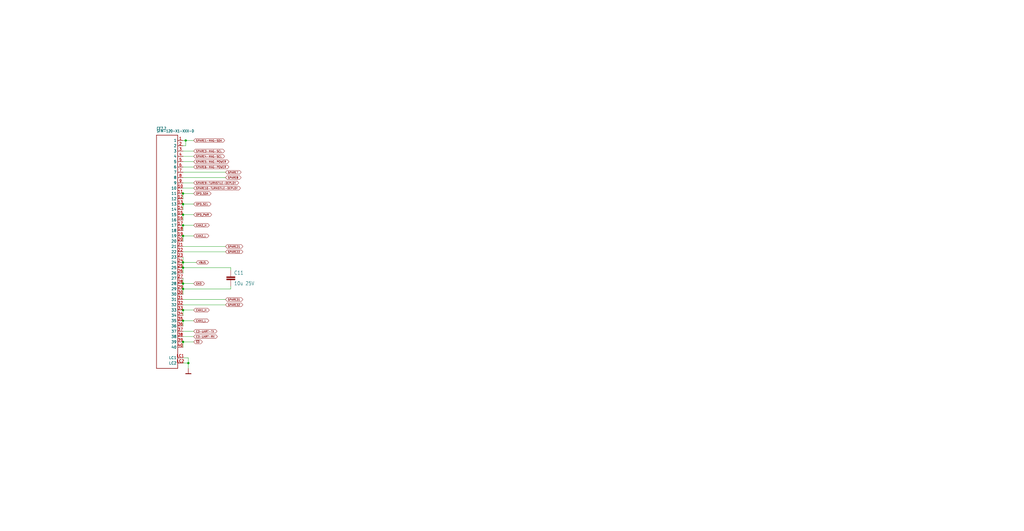
<source format=kicad_sch>
(kicad_sch (version 20211123) (generator eeschema)
  (paper "User" 490.22 254.406)
  (lib_symbols
    (symbol "oresat0-1u-backplane-eagle-import:C-EU1206-B"
      (property "Reference" "C" (at 1.524 0.381 0))
      (property "Value" "C-EU1206-B" (at 1.524 -4.699 0))
      (symbol "C-EU1206-B_1_0"
        (rectangle (start -2.032 -2.032) (end 2.032 -1.524) (fill (type outline)))
        (rectangle (start -2.032 -1.016) (end 2.032 -0.508) (fill (type outline)))
        (polyline (pts (xy 0 -2.54) (xy 0 -2.032)) (stroke (width 0.1524)))
        (polyline (pts (xy 0 0) (xy 0 -0.508)) (stroke (width 0.1524)))
        (pin passive line (at 0 2.54 270) (length 2.54) (name "1") (number "1"))
        (pin passive line (at 0 -5.08 90) (length 2.54) (name "2") (number "2"))
      )
    )
    (symbol "oresat0-1u-backplane-eagle-import:GND" (power)
      (symbol "GND_1_0"
        (polyline (pts (xy -1.27 -2.54) (xy 1.27 -2.54)) (stroke (width 0.4064)))
        (pin power_in line (at 0 0 270) (length 2.54) (name "GND") (number "1"))
      )
    )
    (symbol "oresat0-1u-backplane-eagle-import:SFM-120-X1-XXX-D"
      (property "Reference" "J" (at -2.54 50.8 0))
      (property "Value" "SFM-120-X1-XXX-D" (at -2.54 49.53 0))
      (symbol "SFM-120-X1-XXX-D_1_0"
        (polyline (pts (xy -2.54 -63.5) (xy -2.54 48.26)) (stroke (width 0.254)))
        (polyline (pts (xy -2.54 48.26) (xy 7.62 48.26)) (stroke (width 0.254)))
        (polyline (pts (xy 7.62 -63.5) (xy -2.54 -63.5)) (stroke (width 0.254)))
        (polyline (pts (xy 7.62 48.26) (xy 7.62 -63.5)) (stroke (width 0.254)))
        (pin passive line (at 10.16 45.72 180) (length 2.54) (name "1") (number "1"))
        (pin passive line (at 10.16 22.86 180) (length 2.54) (name "10") (number "10"))
        (pin passive line (at 10.16 20.32 180) (length 2.54) (name "11") (number "11"))
        (pin passive line (at 10.16 17.78 180) (length 2.54) (name "12") (number "12"))
        (pin passive line (at 10.16 15.24 180) (length 2.54) (name "13") (number "13"))
        (pin passive line (at 10.16 12.7 180) (length 2.54) (name "14") (number "14"))
        (pin passive line (at 10.16 10.16 180) (length 2.54) (name "15") (number "15"))
        (pin passive line (at 10.16 7.62 180) (length 2.54) (name "16") (number "16"))
        (pin passive line (at 10.16 5.08 180) (length 2.54) (name "17") (number "17"))
        (pin passive line (at 10.16 2.54 180) (length 2.54) (name "18") (number "18"))
        (pin passive line (at 10.16 0 180) (length 2.54) (name "19") (number "19"))
        (pin passive line (at 10.16 43.18 180) (length 2.54) (name "2") (number "2"))
        (pin passive line (at 10.16 -2.54 180) (length 2.54) (name "20") (number "20"))
        (pin passive line (at 10.16 -5.08 180) (length 2.54) (name "21") (number "21"))
        (pin passive line (at 10.16 -7.62 180) (length 2.54) (name "22") (number "22"))
        (pin passive line (at 10.16 -10.16 180) (length 2.54) (name "23") (number "23"))
        (pin passive line (at 10.16 -12.7 180) (length 2.54) (name "24") (number "24"))
        (pin passive line (at 10.16 -15.24 180) (length 2.54) (name "25") (number "25"))
        (pin passive line (at 10.16 -17.78 180) (length 2.54) (name "26") (number "26"))
        (pin passive line (at 10.16 -20.32 180) (length 2.54) (name "27") (number "27"))
        (pin passive line (at 10.16 -22.86 180) (length 2.54) (name "28") (number "28"))
        (pin passive line (at 10.16 -25.4 180) (length 2.54) (name "29") (number "29"))
        (pin passive line (at 10.16 40.64 180) (length 2.54) (name "3") (number "3"))
        (pin passive line (at 10.16 -27.94 180) (length 2.54) (name "30") (number "30"))
        (pin passive line (at 10.16 -30.48 180) (length 2.54) (name "31") (number "31"))
        (pin passive line (at 10.16 -33.02 180) (length 2.54) (name "32") (number "32"))
        (pin passive line (at 10.16 -35.56 180) (length 2.54) (name "33") (number "33"))
        (pin passive line (at 10.16 -38.1 180) (length 2.54) (name "34") (number "34"))
        (pin passive line (at 10.16 -40.64 180) (length 2.54) (name "35") (number "35"))
        (pin passive line (at 10.16 -43.18 180) (length 2.54) (name "36") (number "36"))
        (pin passive line (at 10.16 -45.72 180) (length 2.54) (name "37") (number "37"))
        (pin passive line (at 10.16 -48.26 180) (length 2.54) (name "38") (number "38"))
        (pin passive line (at 10.16 -50.8 180) (length 2.54) (name "39") (number "39"))
        (pin passive line (at 10.16 38.1 180) (length 2.54) (name "4") (number "4"))
        (pin passive line (at 10.16 -53.34 180) (length 2.54) (name "40") (number "40"))
        (pin passive line (at 10.16 35.56 180) (length 2.54) (name "5") (number "5"))
        (pin passive line (at 10.16 33.02 180) (length 2.54) (name "6") (number "6"))
        (pin passive line (at 10.16 30.48 180) (length 2.54) (name "7") (number "7"))
        (pin passive line (at 10.16 27.94 180) (length 2.54) (name "8") (number "8"))
        (pin passive line (at 10.16 25.4 180) (length 2.54) (name "9") (number "9"))
        (pin passive line (at 10.16 -58.42 180) (length 2.54) (name "LC1") (number "LC1"))
        (pin passive line (at 10.16 -60.96 180) (length 2.54) (name "LC2") (number "LC2"))
      )
    )
  )
  (junction (at 87.63 97.79))
  (junction (at 87.63 113.03))
  (junction (at 87.63 163.83))
  (junction (at 88.9 67.31))
  (junction (at 87.63 138.43))
  (junction (at 87.63 153.67))
  (junction (at 87.63 92.71))
  (junction (at 87.63 125.73))
  (junction (at 90.17 173.99))
  (junction (at 87.63 135.89))
  (junction (at 87.63 128.27))
  (junction (at 87.63 148.59))
  (junction (at 87.63 107.95))
  (junction (at 87.63 102.87))
  (wire (pts (xy 87.63 113.03) (xy 87.63 115.57)))
  (wire (pts (xy 87.63 161.29) (xy 92.71 161.29)))
  (wire (pts (xy 110.49 137.16) (xy 110.49 138.43)))
  (wire (pts (xy 87.63 90.17) (xy 92.71 90.17)))
  (wire (pts (xy 87.63 80.01) (xy 92.71 80.01)))
  (wire (pts (xy 87.63 85.09) (xy 107.95 85.09)))
  (wire (pts (xy 87.63 148.59) (xy 87.63 151.13)))
  (wire (pts (xy 87.63 77.47) (xy 92.71 77.47)))
  (wire (pts (xy 87.63 97.79) (xy 92.71 97.79)))
  (wire (pts (xy 110.49 128.27) (xy 110.49 129.54)))
  (wire (pts (xy 93.98 125.73) (xy 87.63 125.73)))
  (wire (pts (xy 87.63 82.55) (xy 107.95 82.55)))
  (wire (pts (xy 87.63 158.75) (xy 92.71 158.75)))
  (wire (pts (xy 87.63 128.27) (xy 110.49 128.27)))
  (wire (pts (xy 87.63 125.73) (xy 87.63 128.27)))
  (wire (pts (xy 87.63 113.03) (xy 92.71 113.03)))
  (wire (pts (xy 87.63 123.19) (xy 87.63 125.73)))
  (wire (pts (xy 87.63 153.67) (xy 87.63 156.21)))
  (wire (pts (xy 90.17 171.45) (xy 90.17 173.99)))
  (wire (pts (xy 87.63 171.45) (xy 90.17 171.45)))
  (wire (pts (xy 87.63 102.87) (xy 92.71 102.87)))
  (wire (pts (xy 87.63 97.79) (xy 87.63 100.33)))
  (wire (pts (xy 87.63 173.99) (xy 90.17 173.99)))
  (wire (pts (xy 87.63 87.63) (xy 92.71 87.63)))
  (wire (pts (xy 87.63 163.83) (xy 87.63 166.37)))
  (wire (pts (xy 92.71 135.89) (xy 87.63 135.89)))
  (wire (pts (xy 90.17 173.99) (xy 90.17 176.53)))
  (wire (pts (xy 92.71 153.67) (xy 87.63 153.67)))
  (wire (pts (xy 87.63 72.39) (xy 92.71 72.39)))
  (wire (pts (xy 110.49 138.43) (xy 87.63 138.43)))
  (wire (pts (xy 92.71 163.83) (xy 87.63 163.83)))
  (wire (pts (xy 87.63 146.05) (xy 107.95 146.05)))
  (wire (pts (xy 87.63 92.71) (xy 87.63 95.25)))
  (wire (pts (xy 87.63 133.35) (xy 87.63 135.89)))
  (wire (pts (xy 87.63 69.85) (xy 88.9 69.85)))
  (wire (pts (xy 87.63 120.65) (xy 107.95 120.65)))
  (wire (pts (xy 87.63 67.31) (xy 88.9 67.31)))
  (wire (pts (xy 88.9 69.85) (xy 88.9 67.31)))
  (wire (pts (xy 87.63 128.27) (xy 87.63 130.81)))
  (wire (pts (xy 87.63 74.93) (xy 92.71 74.93)))
  (wire (pts (xy 87.63 110.49) (xy 87.63 107.95)))
  (wire (pts (xy 87.63 143.51) (xy 107.95 143.51)))
  (wire (pts (xy 87.63 92.71) (xy 92.71 92.71)))
  (wire (pts (xy 87.63 118.11) (xy 107.95 118.11)))
  (wire (pts (xy 87.63 102.87) (xy 87.63 105.41)))
  (wire (pts (xy 88.9 67.31) (xy 92.71 67.31)))
  (wire (pts (xy 87.63 107.95) (xy 92.71 107.95)))
  (wire (pts (xy 87.63 138.43) (xy 87.63 140.97)))
  (wire (pts (xy 87.63 135.89) (xy 87.63 138.43)))
  (wire (pts (xy 92.71 148.59) (xy 87.63 148.59)))
  (global_label "SPARE1-MAG-SDA" (shape bidirectional) (at 92.71 67.31 0) (effects (font (size 0.889 0.889))) (property "Intersheet References" "${INTERSHEET_REFS}" (effects hide)))
  (global_label "~{SD}" (shape bidirectional) (at 92.71 163.83 0) (effects (font (size 0.889 0.889))) (property "Intersheet References" "${INTERSHEET_REFS}" (effects hide)))
  (global_label "C3-UART-RX" (shape bidirectional) (at 92.71 161.29 0) (effects (font (size 0.889 0.889))) (property "Intersheet References" "${INTERSHEET_REFS}" (effects hide)))
  (global_label "C3-UART-TX" (shape bidirectional) (at 92.71 158.75 0) (effects (font (size 0.889 0.889))) (property "Intersheet References" "${INTERSHEET_REFS}" (effects hide)))
  (global_label "CAN1_L" (shape bidirectional) (at 92.71 153.67 0) (effects (font (size 0.889 0.889))) (property "Intersheet References" "${INTERSHEET_REFS}" (effects hide)))
  (global_label "SPARE7" (shape bidirectional) (at 107.95 82.55 0) (effects (font (size 0.889 0.889))) (property "Intersheet References" "${INTERSHEET_REFS}" (effects hide)))
  (global_label "SPARE22" (shape bidirectional) (at 107.95 120.65 0) (effects (font (size 0.889 0.889))) (property "Intersheet References" "${INTERSHEET_REFS}" (effects hide)))
  (global_label "VBUS" (shape bidirectional) (at 93.98 125.73 0) (effects (font (size 0.889 0.889))) (property "Intersheet References" "${INTERSHEET_REFS}" (effects hide)))
  (global_label "SPARE21" (shape bidirectional) (at 107.95 118.11 0) (effects (font (size 0.889 0.889))) (property "Intersheet References" "${INTERSHEET_REFS}" (effects hide)))
  (global_label "OPD_SDA" (shape bidirectional) (at 92.71 92.71 0) (effects (font (size 0.889 0.889))) (property "Intersheet References" "${INTERSHEET_REFS}" (effects hide)))
  (global_label "SPARE3-MAG-SCL" (shape bidirectional) (at 92.71 72.39 0) (effects (font (size 0.889 0.889))) (property "Intersheet References" "${INTERSHEET_REFS}" (effects hide)))
  (global_label "SPARE5-MAG-POWER" (shape bidirectional) (at 92.71 77.47 0) (effects (font (size 0.889 0.889))) (property "Intersheet References" "${INTERSHEET_REFS}" (effects hide)))
  (global_label "OPD_SCL" (shape bidirectional) (at 92.71 97.79 0) (effects (font (size 0.889 0.889))) (property "Intersheet References" "${INTERSHEET_REFS}" (effects hide)))
  (global_label "SPARE4-MAG-SCL" (shape bidirectional) (at 92.71 74.93 0) (effects (font (size 0.889 0.889))) (property "Intersheet References" "${INTERSHEET_REFS}" (effects hide)))
  (global_label "OPD_PWR" (shape bidirectional) (at 92.71 102.87 0) (effects (font (size 0.889 0.889))) (property "Intersheet References" "${INTERSHEET_REFS}" (effects hide)))
  (global_label "SPARE32" (shape bidirectional) (at 107.95 146.05 0) (effects (font (size 0.889 0.889))) (property "Intersheet References" "${INTERSHEET_REFS}" (effects hide)))
  (global_label "CAN2_H" (shape bidirectional) (at 92.71 107.95 0) (effects (font (size 0.889 0.889))) (property "Intersheet References" "${INTERSHEET_REFS}" (effects hide)))
  (global_label "CAN2_L" (shape bidirectional) (at 92.71 113.03 0) (effects (font (size 0.889 0.889))) (property "Intersheet References" "${INTERSHEET_REFS}" (effects hide)))
  (global_label "SPARE31" (shape bidirectional) (at 107.95 143.51 0) (effects (font (size 0.889 0.889))) (property "Intersheet References" "${INTERSHEET_REFS}" (effects hide)))
  (global_label "GND" (shape bidirectional) (at 92.71 135.89 0) (effects (font (size 0.889 0.889))) (property "Intersheet References" "${INTERSHEET_REFS}" (effects hide)))
  (global_label "SPARE6-MAG-POWER" (shape bidirectional) (at 92.71 80.01 0) (effects (font (size 0.889 0.889))) (property "Intersheet References" "${INTERSHEET_REFS}" (effects hide)))
  (global_label "CAN1_H" (shape bidirectional) (at 92.71 148.59 0) (effects (font (size 0.889 0.889))) (property "Intersheet References" "${INTERSHEET_REFS}" (effects hide)))
  (global_label "SPARE9-TURNSTILE-DEPLOY" (shape bidirectional) (at 92.71 87.63 0) (effects (font (size 0.889 0.889))) (property "Intersheet References" "${INTERSHEET_REFS}" (effects hide)))
  (global_label "SPARE8" (shape bidirectional) (at 107.95 85.09 0) (effects (font (size 0.889 0.889))) (property "Intersheet References" "${INTERSHEET_REFS}" (effects hide)))
  (global_label "SPARE10-TURNSTILE-DEPLOY" (shape bidirectional) (at 92.71 90.17 0) (effects (font (size 0.889 0.889))) (property "Intersheet References" "${INTERSHEET_REFS}" (effects hide)))
  (symbol (lib_id "oresat0-1u-backplane-eagle-import:GND") (at 90.17 176.53 0) (unit 1)
    (property "Reference" "#GND079" (effects hide))
    (property "Value" "GND" (effects hide))
    (property "Footprint" "oresat0-1u-backplane:" (effects hide))
  )
  (symbol (lib_id "oresat0-1u-backplane-eagle-import:SFM-120-X1-XXX-D") (at 77.47 113.03 0) (unit 1)
    (property "Reference" "CF7.2" (at 74.93 62.23 0) (effects (font (size 1.27 1.0795)) (justify left bottom)))
    (property "Value" "SFM-120-X1-XXX-D" (at 74.93 63.5 0) (effects (font (size 1.27 1.0795)) (justify left bottom)))
    (property "Footprint" "oresat0-1u-backplane:SFM-120-X1-XXX-D" (effects hide))
  )
  (symbol (lib_id "oresat0-1u-backplane-eagle-import:C-EU1206-B") (at 110.49 132.08 0) (unit 1)
    (property "Reference" "C11" (at 112.014 131.699 0) (effects (font (size 1.778 1.5113)) (justify left bottom)))
    (property "Value" "10u 25V" (at 112.014 136.779 0) (effects (font (size 1.778 1.5113)) (justify left bottom)))
    (property "Footprint" "oresat0-1u-backplane:1206-B" (effects hide))
  )
)
</source>
